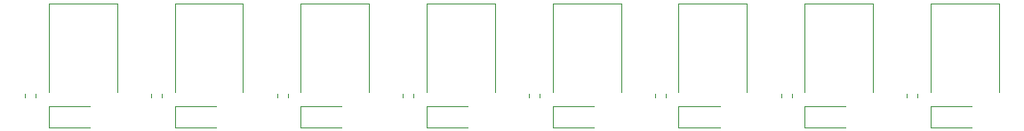
<source format=gbr>
G04 #@! TF.GenerationSoftware,KiCad,Pcbnew,5.99.0-unknown-23e09d3~100~ubuntu18.04.1*
G04 #@! TF.CreationDate,2019-10-17T17:12:07+05:30*
G04 #@! TF.ProjectId,Spot_Welder,53706f74-5f57-4656-9c64-65722e6b6963,rev?*
G04 #@! TF.SameCoordinates,Original*
G04 #@! TF.FileFunction,Legend,Bot*
G04 #@! TF.FilePolarity,Positive*
%FSLAX46Y46*%
G04 Gerber Fmt 4.6, Leading zero omitted, Abs format (unit mm)*
G04 Created by KiCad (PCBNEW 5.99.0-unknown-23e09d3~100~ubuntu18.04.1) date 2019-10-17 17:12:07*
%MOMM*%
%LPD*%
G04 APERTURE LIST*
%ADD10C,0.120000*%
G04 APERTURE END LIST*
D10*
X91250000Y-122200000D02*
X84750000Y-122200000D01*
X91250000Y-122200000D02*
X91250000Y-130600000D01*
X84750000Y-122200000D02*
X84750000Y-130600000D01*
X115250000Y-122200000D02*
X108750000Y-122200000D01*
X115250000Y-122200000D02*
X115250000Y-130600000D01*
X108750000Y-122200000D02*
X108750000Y-130600000D01*
X103250000Y-122200000D02*
X96750000Y-122200000D01*
X103250000Y-122200000D02*
X103250000Y-130600000D01*
X96750000Y-122200000D02*
X96750000Y-130600000D01*
X127250000Y-122200000D02*
X120750000Y-122200000D01*
X127250000Y-122200000D02*
X127250000Y-130600000D01*
X120750000Y-122200000D02*
X120750000Y-130600000D01*
X167510000Y-131162779D02*
X167510000Y-130837221D01*
X166490000Y-131162779D02*
X166490000Y-130837221D01*
X131510000Y-131162779D02*
X131510000Y-130837221D01*
X130490000Y-131162779D02*
X130490000Y-130837221D01*
X107510000Y-131162779D02*
X107510000Y-130837221D01*
X106490000Y-131162779D02*
X106490000Y-130837221D01*
X155510000Y-131162779D02*
X155510000Y-130837221D01*
X154490000Y-131162779D02*
X154490000Y-130837221D01*
X119510000Y-131162779D02*
X119510000Y-130837221D01*
X118490000Y-131162779D02*
X118490000Y-130837221D01*
X83510000Y-131162779D02*
X83510000Y-130837221D01*
X82490000Y-131162779D02*
X82490000Y-130837221D01*
X143510000Y-131162779D02*
X143510000Y-130837221D01*
X142490000Y-131162779D02*
X142490000Y-130837221D01*
X95510000Y-131162779D02*
X95510000Y-130837221D01*
X94490000Y-131162779D02*
X94490000Y-130837221D01*
X175250000Y-122200000D02*
X168750000Y-122200000D01*
X175250000Y-122200000D02*
X175250000Y-130600000D01*
X168750000Y-122200000D02*
X168750000Y-130600000D01*
X139250000Y-122200000D02*
X132750000Y-122200000D01*
X139250000Y-122200000D02*
X139250000Y-130600000D01*
X132750000Y-122200000D02*
X132750000Y-130600000D01*
X151250000Y-122200000D02*
X144750000Y-122200000D01*
X151250000Y-122200000D02*
X151250000Y-130600000D01*
X144750000Y-122200000D02*
X144750000Y-130600000D01*
X163250000Y-122200000D02*
X156750000Y-122200000D01*
X163250000Y-122200000D02*
X163250000Y-130600000D01*
X156750000Y-122200000D02*
X156750000Y-130600000D01*
X168750000Y-134000000D02*
X168750000Y-132000000D01*
X168750000Y-132000000D02*
X172650000Y-132000000D01*
X168750000Y-134000000D02*
X172650000Y-134000000D01*
X132750000Y-134000000D02*
X132750000Y-132000000D01*
X132750000Y-132000000D02*
X136650000Y-132000000D01*
X132750000Y-134000000D02*
X136650000Y-134000000D01*
X108750000Y-134000000D02*
X108750000Y-132000000D01*
X108750000Y-132000000D02*
X112650000Y-132000000D01*
X108750000Y-134000000D02*
X112650000Y-134000000D01*
X156750000Y-134000000D02*
X156750000Y-132000000D01*
X156750000Y-132000000D02*
X160650000Y-132000000D01*
X156750000Y-134000000D02*
X160650000Y-134000000D01*
X120750000Y-134000000D02*
X120750000Y-132000000D01*
X120750000Y-132000000D02*
X124650000Y-132000000D01*
X120750000Y-134000000D02*
X124650000Y-134000000D01*
X84750000Y-134000000D02*
X84750000Y-132000000D01*
X84750000Y-132000000D02*
X88650000Y-132000000D01*
X84750000Y-134000000D02*
X88650000Y-134000000D01*
X144750000Y-134000000D02*
X144750000Y-132000000D01*
X144750000Y-132000000D02*
X148650000Y-132000000D01*
X144750000Y-134000000D02*
X148650000Y-134000000D01*
X96750000Y-134000000D02*
X96750000Y-132000000D01*
X96750000Y-132000000D02*
X100650000Y-132000000D01*
X96750000Y-134000000D02*
X100650000Y-134000000D01*
M02*

</source>
